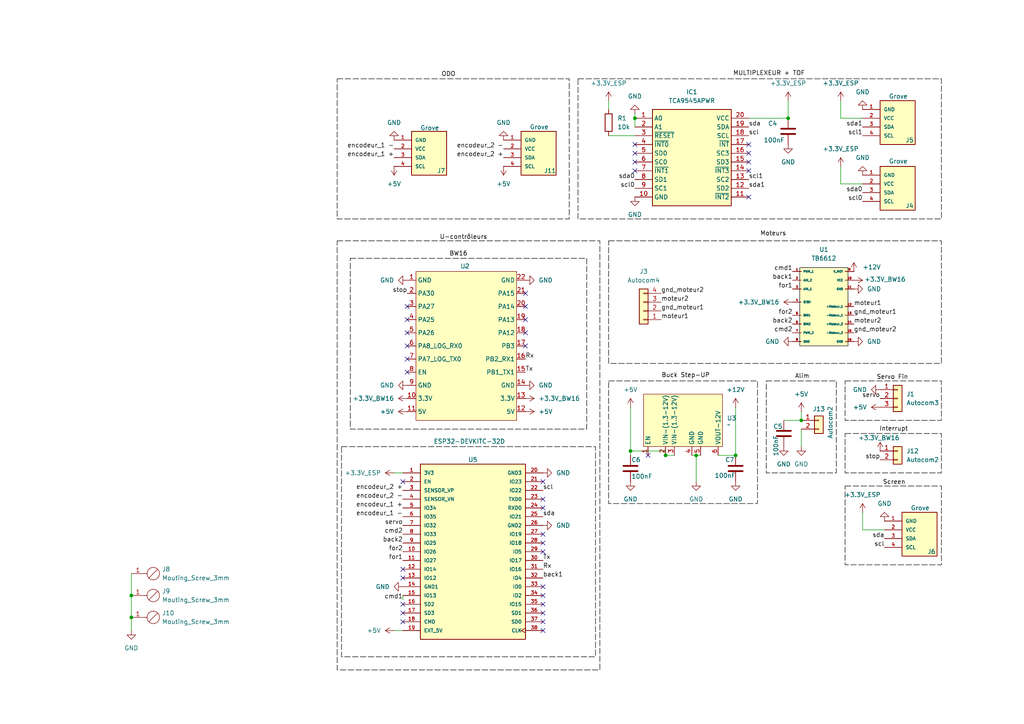
<source format=kicad_sch>
(kicad_sch (version 20250114) (generator "eeschema") (generator_version "9.0")
  (paper "A4")
  (lib_symbols
    (symbol "+3.3V_1" (power) (pin_numbers (hide yes)) (pin_names (offset 0) (hide yes))
      (property "Value" "+3.3V" (at 0 3.556 0))
      (symbol "+3.3V_1_0_1"
        (polyline (pts (xy -0.762 1.27) (xy 0 2.54)))
        (polyline (pts (xy 0 2.54) (xy 0.762 1.27)))
        (polyline (pts (xy 0 0) (xy 0 2.54)))
      )
      (symbol "+3.3V_1_1_1"
        (pin power_in line (at 0 0 90) (length 0) (name "~") (number "1"))
      )
    )
    (symbol "110990030:110990030" (pin_names (offset 1.016))
      (property "Reference" "J" (at -5.08 5.842 0))
      (property "Value" "Grove" (at -2.794 -7.874 0))
      (symbol "110990030_0_0"
        (rectangle (start -5.08 5.08) (end 5.08 -7.62) (stroke (width 0.254)) (fill (type background)))
      )
      (symbol "110990030_1_0"
        (pin passive line (at -10.16 2.54 0) (length 5.08) (name "GND") (number "1"))
        (pin passive line (at -10.16 0 0) (length 5.08) (name "VCC") (number "2"))
        (pin passive line (at -10.16 -2.54 0) (length 5.08) (name "SDA") (number "3"))
        (pin passive line (at -10.16 -5.08 0) (length 5.08) (name "SCL") (number "4"))
      )
    )
    (symbol "BW16:BW16"
      (property "Reference" "U" (at 0 0 0))
      (symbol "BW16_1_1"
        (rectangle (start 0 -2.54) (end 29.21 -45.72) (fill (type background)))
        (pin power_in line (at -2.54 -5.08 0) (length 2.54) (name "GND") (number "1"))
        (pin bidirectional line (at -2.54 -8.89 0) (length 2.54) (name "PA30") (number "2"))
        (pin bidirectional line (at -2.54 -12.7 0) (length 2.54) (name "PA27") (number "3"))
        (pin bidirectional line (at -2.54 -16.51 0) (length 2.54) (name "PA25") (number "4"))
        (pin bidirectional line (at -2.54 -20.32 0) (length 2.54) (name "PA26") (number "5"))
        (pin input line (at -2.54 -24.13 0) (length 2.54) (name "PA8_LOG_RX0") (number "6"))
        (pin output line (at -2.54 -27.94 0) (length 2.54) (name "PA7_LOG_TX0") (number "7"))
        (pin input line (at -2.54 -31.75 0) (length 2.54) (name "EN") (number "8"))
        (pin power_in line (at -2.54 -35.56 0) (length 2.54) (name "GND") (number "9"))
        (pin power_out line (at -2.54 -39.37 0) (length 2.54) (name "3.3V") (number "10"))
        (pin power_in line (at -2.54 -43.18 0) (length 2.54) (name "5V") (number "11"))
        (pin power_in line (at 31.75 -5.08 180) (length 2.54) (name "GND") (number "22"))
        (pin bidirectional line (at 31.75 -8.89 180) (length 2.54) (name "PA15") (number "21"))
        (pin bidirectional line (at 31.75 -12.7 180) (length 2.54) (name "PA14") (number "20"))
        (pin bidirectional line (at 31.75 -16.51 180) (length 2.54) (name "PA13") (number "19"))
        (pin bidirectional line (at 31.75 -20.32 180) (length 2.54) (name "PA12") (number "18"))
        (pin bidirectional line (at 31.75 -24.13 180) (length 2.54) (name "PB3") (number "17"))
        (pin input line (at 31.75 -27.94 180) (length 2.54) (name "PB2_RX1") (number "16"))
        (pin output line (at 31.75 -31.75 180) (length 2.54) (name "PB1_TX1") (number "15"))
        (pin power_in line (at 31.75 -35.56 180) (length 2.54) (name "GND") (number "14"))
        (pin power_out line (at 31.75 -39.37 180) (length 2.54) (name "3.3V") (number "13"))
        (pin power_in line (at 31.75 -43.18 180) (length 2.54) (name "5V") (number "12"))
      )
    )
    (symbol "ESP32-DEVKITC-32D:ESP32-DEVKITC-32D" (pin_names (offset 1.016))
      (property "Reference" "U" (at -15.2654 26.0604 0))
      (property "Value" "ESP32-DEVKITC-32D" (at -15.2654 -27.9654 0))
      (symbol "ESP32-DEVKITC-32D_0_0"
        (rectangle (start -15.24 -25.4) (end 15.24 25.4) (stroke (width 0.254)) (fill (type background)))
        (pin power_in line (at -20.32 22.86 0) (length 5.08) (name "3V3") (number "1"))
        (pin input line (at -20.32 20.32 0) (length 5.08) (name "EN") (number "2"))
        (pin input line (at -20.32 17.78 0) (length 5.08) (name "SENSOR_VP") (number "3"))
        (pin input line (at -20.32 15.24 0) (length 5.08) (name "SENSOR_VN") (number "4"))
        (pin bidirectional line (at -20.32 12.7 0) (length 5.08) (name "IO34") (number "5"))
        (pin bidirectional line (at -20.32 10.16 0) (length 5.08) (name "IO35") (number "6"))
        (pin bidirectional line (at -20.32 7.62 0) (length 5.08) (name "IO32") (number "7"))
        (pin bidirectional line (at -20.32 5.08 0) (length 5.08) (name "IO33") (number "8"))
        (pin bidirectional line (at -20.32 2.54 0) (length 5.08) (name "IO25") (number "9"))
        (pin bidirectional line (at -20.32 0 0) (length 5.08) (name "IO26") (number "10"))
        (pin bidirectional line (at -20.32 -2.54 0) (length 5.08) (name "IO27") (number "11"))
        (pin bidirectional line (at -20.32 -5.08 0) (length 5.08) (name "IO14") (number "12"))
        (pin bidirectional line (at -20.32 -7.62 0) (length 5.08) (name "IO12") (number "13"))
        (pin power_in line (at -20.32 -10.16 0) (length 5.08) (name "GND1") (number "14"))
        (pin bidirectional line (at -20.32 -12.7 0) (length 5.08) (name "IO13") (number "15"))
        (pin bidirectional line (at -20.32 -15.24 0) (length 5.08) (name "SD2") (number "16"))
        (pin bidirectional line (at -20.32 -17.78 0) (length 5.08) (name "SD3") (number "17"))
        (pin bidirectional line (at -20.32 -20.32 0) (length 5.08) (name "CMD") (number "18"))
        (pin power_in line (at -20.32 -22.86 0) (length 5.08) (name "EXT_5V") (number "19"))
        (pin power_in line (at 20.32 22.86 180) (length 5.08) (name "GND3") (number "20"))
        (pin bidirectional line (at 20.32 20.32 180) (length 5.08) (name "IO23") (number "21"))
        (pin bidirectional line (at 20.32 17.78 180) (length 5.08) (name "IO22") (number "22"))
        (pin output line (at 20.32 15.24 180) (length 5.08) (name "TXD0") (number "23"))
        (pin input line (at 20.32 12.7 180) (length 5.08) (name "RXD0") (number "24"))
        (pin bidirectional line (at 20.32 10.16 180) (length 5.08) (name "IO21") (number "25"))
        (pin power_in line (at 20.32 7.62 180) (length 5.08) (name "GND2") (number "26"))
        (pin bidirectional line (at 20.32 5.08 180) (length 5.08) (name "IO19") (number "27"))
        (pin bidirectional line (at 20.32 2.54 180) (length 5.08) (name "IO18") (number "28"))
        (pin bidirectional line (at 20.32 0 180) (length 5.08) (name "IO5") (number "29"))
        (pin bidirectional line (at 20.32 -2.54 180) (length 5.08) (name "IO17") (number "30"))
        (pin bidirectional line (at 20.32 -5.08 180) (length 5.08) (name "IO16") (number "31"))
        (pin bidirectional line (at 20.32 -7.62 180) (length 5.08) (name "IO4") (number "32"))
        (pin bidirectional line (at 20.32 -10.16 180) (length 5.08) (name "IO0") (number "33"))
        (pin bidirectional line (at 20.32 -12.7 180) (length 5.08) (name "IO2") (number "34"))
        (pin bidirectional line (at 20.32 -15.24 180) (length 5.08) (name "IO15") (number "35"))
        (pin bidirectional line (at 20.32 -17.78 180) (length 5.08) (name "SD1") (number "36"))
        (pin bidirectional line (at 20.32 -20.32 180) (length 5.08) (name "SD0") (number "37"))
        (pin input clock (at 20.32 -22.86 180) (length 5.08) (name "CLK") (number "38"))
      )
    )
    (symbol "LibTB6612FNG:TB6612"
      (property "Reference" "U" (at 0.0811 0.8362 0))
      (property "Value" "TB6612" (at 0.0811 3.1222 0))
      (symbol "TB6612_1_1"
        (rectangle (start -6.7769 -0.1798) (end 7.1931 -22.86) (stroke (width 0) (color 0 0 0 1)) (fill (type background)))
        (pin input line (at -8.89 -1.27 0) (length 2.54) (name "PWM_1") (number "1"))
        (pin input line (at -8.89 -3.81 0) (length 2.54) (name "AIN_2") (number "2"))
        (pin input line (at -8.89 -6.35 0) (length 2.54) (name "AIN_1") (number "3"))
        (pin input line (at -8.89 -10.16 0) (length 2.54) (name "STBY") (number "4"))
        (pin input line (at -8.89 -13.97 0) (length 2.54) (name "BIN1") (number "5"))
        (pin input line (at -8.89 -16.51 0) (length 2.54) (name "BIN2") (number "6"))
        (pin input line (at -8.89 -19.05 0) (length 2.54) (name "PWM_2") (number "7"))
        (pin input line (at -8.89 -21.59 0) (length 2.54) (name "GND") (number "8"))
        (pin input line (at 8.89 -1.27 180) (length 2.54) (name "V_MOT") (number "9"))
        (pin input line (at 8.89 -3.81 180) (length 2.54) (name "VCC") (number "10"))
        (pin input line (at 8.89 -6.35 180) (length 2.54) (name "GND") (number "11"))
        (pin output line (at 8.89 -11.43 180) (length 2.54) (name "+Moteur_1") (number "12"))
        (pin output line (at 8.89 -13.97 180) (length 2.54) (name "-Moteur_1") (number "13"))
        (pin output line (at 8.89 -16.51 180) (length 2.54) (name "+Moteur_2") (number "14"))
        (pin output line (at 8.89 -19.05 180) (length 2.54) (name "-Moteur_2") (number "15"))
        (pin input line (at 8.89 -21.59 180) (length 2.54) (name "GND") (number "16"))
      )
    )
    (symbol "MT3608:u3v40f12"
      (property "Reference" "U" (at 0 13.97 0))
      (symbol "u3v40f12_0_1"
        (rectangle (start -7.62 10.16) (end 7.62 -12.7) (fill (type background)))
      )
      (symbol "u3v40f12_1_1"
        (pin input line (at -10.16 8.89 0) (length 2.54) (name "EN") (number "1"))
        (pin input line (at -10.16 3.81 0) (length 2.54) (name "VIN-(1.3-12V)") (number "2"))
        (pin input line (at -10.16 1.27 0) (length 2.54) (name "VIN-(1.3-12V)") (number "3"))
        (pin bidirectional line (at -10.16 -3.81 0) (length 2.54) (name "GND") (number "4"))
        (pin bidirectional line (at -10.16 -6.35 0) (length 2.54) (name "GND") (number "5"))
        (pin output line (at -10.16 -11.43 0) (length 2.54) (name "VOUT-12V") (number "6"))
      )
    )
    (symbol "SymbGamelGe2_v6:Autocom2" (pin_names (offset 1.016) (hide yes))
      (property "Reference" "J" (at 0 2.54 0))
      (property "Value" "Autocom2" (at 0 -5.08 0))
      (symbol "Autocom2_1_1"
        (rectangle (start -1.27 1.27) (end 1.27 -3.81) (stroke (width 0.254)) (fill (type background)))
        (rectangle (start -1.27 0.127) (end 0 -0.127) (stroke (width 0.1524)))
        (rectangle (start -1.27 -2.413) (end 0 -2.667) (stroke (width 0.1524)))
        (pin passive line (at -5.08 0 0) (length 3.81) (name "Pin_1") (number "1"))
        (pin passive line (at -5.08 -2.54 0) (length 3.81) (name "Pin_2") (number "2"))
      )
    )
    (symbol "SymbGamelGe2_v6:Autocom3" (pin_names (offset 1.016) (hide yes))
      (property "Reference" "J" (at 0 5.08 0))
      (property "Value" "Autocom3" (at 0 -5.08 0))
      (symbol "Autocom3_1_1"
        (rectangle (start -1.27 3.81) (end 1.27 -3.81) (stroke (width 0.254)) (fill (type background)))
        (rectangle (start -1.27 2.667) (end 0 2.413) (stroke (width 0.1524)))
        (rectangle (start -1.27 0.127) (end 0 -0.127) (stroke (width 0.1524)))
        (rectangle (start -1.27 -2.413) (end 0 -2.667) (stroke (width 0.1524)))
        (pin passive line (at -5.08 2.54 0) (length 3.81) (name "Pin_1") (number "1"))
        (pin passive line (at -5.08 0 0) (length 3.81) (name "Pin_2") (number "2"))
        (pin passive line (at -5.08 -2.54 0) (length 3.81) (name "Pin_3") (number "3"))
      )
    )
    (symbol "SymbGamelGe2_v6:Autocom4" (pin_names (offset 1.016) (hide yes))
      (property "Reference" "J" (at 0 5.08 0))
      (property "Value" "Autocom4" (at 0 -7.62 0))
      (symbol "Autocom4_1_1"
        (rectangle (start -1.27 3.81) (end 1.27 -6.35) (stroke (width 0.254)) (fill (type background)))
        (rectangle (start -1.27 2.667) (end 0 2.413) (stroke (width 0.1524)))
        (rectangle (start -1.27 0.127) (end 0 -0.127) (stroke (width 0.1524)))
        (rectangle (start -1.27 -2.413) (end 0 -2.667) (stroke (width 0.1524)))
        (rectangle (start -1.27 -4.953) (end 0 -5.207) (stroke (width 0.1524)))
        (pin passive line (at -5.08 2.54 0) (length 3.81) (name "Pin_1") (number "1"))
        (pin passive line (at -5.08 0 0) (length 3.81) (name "Pin_2") (number "2"))
        (pin passive line (at -5.08 -2.54 0) (length 3.81) (name "Pin_3") (number "3"))
        (pin passive line (at -5.08 -5.08 0) (length 3.81) (name "Pin_4") (number "4"))
      )
    )
    (symbol "SymbGamelGe2_v6:C" (pin_numbers (hide yes)) (pin_names (offset 0.254))
      (property "Reference" "C" (at 0.635 2.54 0))
      (property "Value" "C" (at 0.635 -2.54 0))
      (symbol "C_0_1"
        (polyline (pts (xy -2.032 0.762) (xy 2.032 0.762)) (stroke (width 0.508)))
        (polyline (pts (xy -2.032 -0.762) (xy 2.032 -0.762)) (stroke (width 0.508)))
      )
      (symbol "C_1_1"
        (pin passive line (at 0 3.81 270) (length 2.794) (name "~") (number "1"))
        (pin passive line (at 0 -3.81 90) (length 2.794) (name "~") (number "2"))
      )
    )
    (symbol "SymbGamelGe2_v6:Mouting_Screw_3mm" (pin_names (offset 1.016) (hide yes))
      (property "Reference" "J" (at 0 2.54 0))
      (property "Value" "Mouting_Screw_3mm" (at 1.27 -2.54 0))
      (symbol "Mouting_Screw_3mm_0_1"
        (polyline (pts (xy 0 -1.27) (xy 2.54 1.27)))
        (circle (center 1.27 0) (radius 1.8034))
      )
      (symbol "Mouting_Screw_3mm_1_1"
        (polyline (pts (xy -1.27 0) (xy -0.508 0)) (stroke (width 0.1524)))
        (pin passive line (at -5.08 0 0) (length 3.81) (name "Pin_1") (number "1"))
      )
    )
    (symbol "SymbGamelGe2_v6:R" (pin_numbers (hide yes)) (pin_names (offset 0))
      (property "Reference" "R" (at 2.032 0 90))
      (property "Value" "R" (at 0 0 90))
      (symbol "R_0_1"
        (rectangle (start -1.016 -2.54) (end 1.016 2.54) (stroke (width 0.254)))
      )
      (symbol "R_1_1"
        (pin passive line (at 0 3.81 270) (length 1.27) (name "~") (number "1"))
        (pin passive line (at 0 -3.81 90) (length 1.27) (name "~") (number "2"))
      )
    )
    (symbol "TCA9545APWR:TCA9545APWR"
      (property "Reference" "IC" (at 29.21 7.62 0))
      (property "Value" "TCA9545APWR" (at 29.21 5.08 0))
      (symbol "TCA9545APWR_1_1"
        (rectangle (start 5.08 2.54) (end 27.94 -25.4) (stroke (width 0.254)) (fill (type background)))
        (pin passive line (at 0 0 0) (length 5.08) (name "A0") (number "1"))
        (pin passive line (at 0 -2.54 0) (length 5.08) (name "A1") (number "2"))
        (pin passive line (at 0 -5.08 0) (length 5.08) (name "~{RESET}") (number "3"))
        (pin passive line (at 0 -7.62 0) (length 5.08) (name "~{INT0}") (number "4"))
        (pin passive line (at 0 -10.16 0) (length 5.08) (name "SD0") (number "5"))
        (pin passive line (at 0 -12.7 0) (length 5.08) (name "SC0") (number "6"))
        (pin passive line (at 0 -15.24 0) (length 5.08) (name "~{INT1}") (number "7"))
        (pin passive line (at 0 -17.78 0) (length 5.08) (name "SD1") (number "8"))
        (pin passive line (at 0 -20.32 0) (length 5.08) (name "SC1") (number "9"))
        (pin passive line (at 0 -22.86 0) (length 5.08) (name "GND") (number "10"))
        (pin passive line (at 33.02 0 180) (length 5.08) (name "VCC") (number "20"))
        (pin passive line (at 33.02 -2.54 180) (length 5.08) (name "SDA") (number "19"))
        (pin passive line (at 33.02 -5.08 180) (length 5.08) (name "SCL") (number "18"))
        (pin passive line (at 33.02 -7.62 180) (length 5.08) (name "~{INT}") (number "17"))
        (pin passive line (at 33.02 -10.16 180) (length 5.08) (name "SC3") (number "16"))
        (pin passive line (at 33.02 -12.7 180) (length 5.08) (name "SD3") (number "15"))
        (pin passive line (at 33.02 -15.24 180) (length 5.08) (name "~{INT3}") (number "14"))
        (pin passive line (at 33.02 -17.78 180) (length 5.08) (name "SC2") (number "13"))
        (pin passive line (at 33.02 -20.32 180) (length 5.08) (name "SD2") (number "12"))
        (pin passive line (at 33.02 -22.86 180) (length 5.08) (name "~{INT2}") (number "11"))
      )
    )
    (symbol "power:+12V" (power) (pin_numbers (hide yes)) (pin_names (offset 0) (hide yes))
      (property "Value" "+12V" (at 0 3.556 0))
      (symbol "+12V_0_1"
        (polyline (pts (xy -0.762 1.27) (xy 0 2.54)))
        (polyline (pts (xy 0 2.54) (xy 0.762 1.27)))
        (polyline (pts (xy 0 0) (xy 0 2.54)))
      )
      (symbol "+12V_1_1"
        (pin power_in line (at 0 0 90) (length 0) (name "~") (number "1"))
      )
    )
    (symbol "power:+3.3V" (power) (pin_names (offset 0))
      (property "Value" "+3.3V" (at 0 3.556 0))
      (symbol "+3.3V_0_1"
        (polyline (pts (xy -0.762 1.27) (xy 0 2.54)))
        (polyline (pts (xy 0 2.54) (xy 0.762 1.27)))
        (polyline (pts (xy 0 0) (xy 0 2.54)))
      )
      (symbol "+3.3V_1_1"
        (pin power_in line (at 0 0 90) (length 0) (hide yes) (name "+3.3V") (number "1"))
      )
    )
    (symbol "power:+5V" (power) (pin_numbers (hide yes)) (pin_names (offset 0) (hide yes))
      (property "Value" "+5V" (at 0 3.556 0))
      (symbol "+5V_0_1"
        (polyline (pts (xy -0.762 1.27) (xy 0 2.54)))
        (polyline (pts (xy 0 2.54) (xy 0.762 1.27)))
        (polyline (pts (xy 0 0) (xy 0 2.54)))
      )
      (symbol "+5V_1_1"
        (pin power_in line (at 0 0 90) (length 0) (name "~") (number "1"))
      )
    )
    (symbol "power:GND" (power) (pin_names (offset 0))
      (property "Value" "GND" (at 0 -3.81 0))
      (symbol "GND_0_1"
        (polyline (pts (xy 0 0) (xy 0 -1.27) (xy 1.27 -1.27) (xy 0 -2.54) (xy -1.27 -1.27) (xy 0 -1.27)))
      )
      (symbol "GND_1_1"
        (pin power_in line (at 0 0 270) (length 0) (hide yes) (name "GND") (number "1"))
      )
    )
  )
  (rectangle (start 176.53 69.85) (end 273.05 105.41) (stroke (width 0) (type dash) (color 0 0 0 1)))
  (rectangle (start 176.53 110.49) (end 219.71 146.05) (stroke (width 0) (type dash) (color 0 0 0 1)))
  (rectangle (start 97.79 22.86) (end 165.1 63.5) (stroke (width 0) (type dash) (color 0 0 0 1)))
  (rectangle (start 101.6 74.93) (end 170.18 124.46) (stroke (width 0) (type dash) (color 0 0 0 1)))
  (rectangle (start 99.06 129.54) (end 172.72 190.5) (stroke (width 0) (type dash) (color 0 0 0 1)))
  (rectangle (start 97.79 69.85) (end 173.99 194.31) (stroke (width 0) (type dash) (color 0 0 0 1)))
  (rectangle (start 167.64 22.86) (end 273.05 63.5) (stroke (width 0) (type dash) (color 0 0 0 1)))
  (rectangle (start 245.11 110.49) (end 273.05 121.92) (stroke (width 0) (type dash) (color 0 0 0 1)))
  (rectangle (start 245.11 125.73) (end 273.05 137.16) (stroke (width 0) (type dash) (color 0 0 0 1)))
  (rectangle (start 222.25 110.49) (end 242.57 137.16) (stroke (width 0) (type dash) (color 0 0 0 1)))
  (rectangle (start 245.11 140.97) (end 273.05 163.83) (stroke (width 0) (type dash) (color 0 0 0 1)))
  (text "MULTIPLEXEUR + TOF\n" (at 212.598 22.098 0) (effects (font (size 1.27 1.27)) (justify left bottom)))
  (text "U-contrôleurs" (at 127.508 69.596 0) (effects (font (size 1.27 1.27)) (justify left bottom)))
  (text "Screen\n" (at 259.334 139.954 0) (effects (font (size 1.27 1.27))))
  (text "Moteurs\n" (at 220.472 68.58 0) (effects (font (size 1.27 1.27)) (justify left bottom)))
  (text "BW16" (at 130.302 74.422 0) (effects (font (size 1.27 1.27)) (justify left bottom)))
  (text "Interrupt" (at 255.016 125.222 0) (effects (font (size 1.27 1.27)) (justify left bottom)))
  (text "Alim\n" (at 232.664 109.22 0) (effects (font (size 1.27 1.27))))
  (text "Servo Fin" (at 258.826 109.474 0) (effects (font (size 1.27 1.27))))
  (text "Buck Step-UP" (at 198.882 108.966 0) (effects (font (size 1.27 1.27))))
  (text "ODO" (at 128.016 22.352 0) (effects (font (size 1.27 1.27)) (justify left bottom)))
  (junction (at 232.41 121.92))
  (junction (at 201.93 132.08))
  (junction (at 38.1 179.07))
  (junction (at 38.1 172.72))
  (junction (at 213.36 132.08))
  (junction (at 182.88 130.81))
  (junction (at 193.04 132.08))
  (junction (at 228.6 34.29))
  (junction (at 184.15 34.29))
  (no_connect (at 116.84 177.8))
  (no_connect (at 118.11 107.95))
  (no_connect (at 217.17 41.91))
  (no_connect (at 118.11 104.14))
  (no_connect (at 118.11 92.71))
  (no_connect (at 157.48 154.94))
  (no_connect (at 157.48 170.18))
  (no_connect (at 157.48 172.72))
  (no_connect (at 157.48 147.32))
  (no_connect (at 157.48 182.88))
  (no_connect (at 157.48 177.8))
  (no_connect (at 118.11 100.33))
  (no_connect (at 217.17 49.53))
  (no_connect (at 116.84 139.7))
  (no_connect (at 184.15 41.91))
  (no_connect (at 217.17 44.45))
  (no_connect (at 152.4 85.09))
  (no_connect (at 116.84 175.26))
  (no_connect (at 152.4 88.9))
  (no_connect (at 152.4 100.33))
  (no_connect (at 184.15 46.99))
  (no_connect (at 157.48 157.48))
  (no_connect (at 152.4 92.71))
  (no_connect (at 157.48 160.02))
  (no_connect (at 157.48 139.7))
  (no_connect (at 217.17 46.99))
  (no_connect (at 184.15 44.45))
  (no_connect (at 217.17 57.15))
  (no_connect (at 157.48 144.78))
  (no_connect (at 187.96 132.08))
  (no_connect (at 184.15 49.53))
  (no_connect (at 118.11 88.9))
  (no_connect (at 116.84 165.1))
  (no_connect (at 152.4 96.52))
  (no_connect (at 157.48 175.26))
  (no_connect (at 157.48 180.34))
  (no_connect (at 118.11 96.52))
  (no_connect (at 116.84 180.34))
  (no_connect (at 116.84 167.64))
  (wire (pts (xy 250.19 53.34) (xy 243.84 53.34)))
  (wire (pts (xy 227.33 121.92) (xy 232.41 121.92)))
  (wire (pts (xy 38.1 179.07) (xy 38.1 182.88)))
  (wire (pts (xy 114.3 137.16) (xy 116.84 137.16)))
  (wire (pts (xy 228.6 29.21) (xy 228.6 34.29)))
  (wire (pts (xy 182.88 130.81) (xy 182.88 132.08)))
  (wire (pts (xy 176.53 29.21) (xy 176.53 31.75)))
  (wire (pts (xy 232.41 129.54) (xy 232.41 124.46)))
  (wire (pts (xy 256.54 153.67) (xy 250.19 153.67)))
  (wire (pts (xy 250.19 153.67) (xy 250.19 148.59)))
  (wire (pts (xy 193.04 130.81) (xy 182.88 130.81)))
  (wire (pts (xy 176.53 39.37) (xy 184.15 39.37)))
  (wire (pts (xy 193.04 132.08) (xy 193.04 130.81)))
  (wire (pts (xy 38.1 166.37) (xy 38.1 172.72)))
  (wire (pts (xy 193.04 132.08) (xy 195.58 132.08)))
  (wire (pts (xy 201.93 132.08) (xy 203.2 132.08)))
  (wire (pts (xy 243.84 34.29) (xy 243.84 29.21)))
  (wire (pts (xy 182.88 118.11) (xy 182.88 130.81)))
  (wire (pts (xy 217.17 34.29) (xy 228.6 34.29)))
  (wire (pts (xy 184.15 34.29) (xy 184.15 36.83)))
  (wire (pts (xy 232.41 119.38) (xy 232.41 121.92)))
  (wire (pts (xy 208.28 132.08) (xy 213.36 132.08)))
  (wire (pts (xy 213.36 118.11) (xy 213.36 132.08)))
  (wire (pts (xy 184.15 33.02) (xy 184.15 34.29)))
  (wire (pts (xy 114.3 182.88) (xy 116.84 182.88)))
  (wire (pts (xy 201.93 132.08) (xy 201.93 139.7)))
  (wire (pts (xy 250.19 34.29) (xy 243.84 34.29)))
  (wire (pts (xy 243.84 53.34) (xy 243.84 48.26)))
  (wire (pts (xy 116.84 173.99) (xy 116.84 172.72)))
  (wire (pts (xy 200.66 132.08) (xy 201.93 132.08)))
  (wire (pts (xy 38.1 172.72) (xy 38.1 179.07)))
  (label "back1" (at 157.48 167.64 0))
  (label "gnd_moteur1" (at 191.77 90.17 0))
  (label "sda0" (at 250.19 55.88 180))
  (label "encodeur_1 +" (at 116.84 147.32 180))
  (label "cmd2" (at 116.84 154.94 180))
  (label "back2" (at 229.87 93.98 180))
  (label "sda" (at 256.54 156.21 180))
  (label "scl1" (at 217.17 52.07 0))
  (label "stop" (at 255.27 133.35 180))
  (label "encodeur_2 -" (at 116.84 144.78 180))
  (label "moteur2" (at 191.77 87.63 0))
  (label "gnd_moteur1" (at 247.65 91.44 0))
  (label "sda1" (at 250.19 36.83 180))
  (label "gnd_moteur2" (at 247.65 96.52 0))
  (label "for2" (at 116.84 160.02 180))
  (label "cmd1" (at 116.84 173.99 180))
  (label "scl0" (at 250.19 58.42 180))
  (label "Tx" (at 152.4 107.95 0))
  (label "encodeur_1 -" (at 114.3 43.18 180))
  (label "for2" (at 229.87 91.44 180))
  (label "encodeur_2 +" (at 116.84 142.24 180))
  (label "Rx" (at 152.4 104.14 0))
  (label "cmd2" (at 229.87 96.52 180))
  (label "for1" (at 116.84 162.56 180))
  (label "sda1" (at 217.17 54.61 0))
  (label "stop" (at 118.11 85.09 180))
  (label "cmd1" (at 229.87 78.74 180))
  (label "scl" (at 256.54 158.75 180))
  (label "sda" (at 217.17 36.83 0))
  (label "encodeur_2 -" (at 146.05 43.18 180))
  (label "back2" (at 116.84 157.48 180))
  (label "sda" (at 157.48 149.86 0))
  (label "moteur2" (at 247.65 93.98 0))
  (label "back1" (at 229.87 81.28 180))
  (label "Rx" (at 157.48 165.1 0))
  (label "encodeur_1 -" (at 116.84 149.86 180))
  (label "moteur1" (at 247.65 88.9 0))
  (label "scl" (at 217.17 39.37 0))
  (label "moteur1" (at 191.77 92.71 0))
  (label "Tx" (at 157.48 162.56 0))
  (label "scl1" (at 250.19 39.37 180))
  (label "encodeur_1 +" (at 114.3 45.72 180))
  (label "scl" (at 157.48 142.24 0))
  (label "gnd_moteur2" (at 191.77 85.09 0))
  (label "for1" (at 229.87 83.82 180))
  (label "encodeur_2 +" (at 146.05 45.72 180))
  (label "sda0" (at 184.15 52.07 180))
  (label "servo" (at 255.27 115.57 180))
  (label "scl0" (at 184.15 54.61 180))
  (label "servo" (at 116.84 152.4 180))
  (symbol (lib_name "+3.3V_1") (lib_id "power:+3.3V") (at 243.84 48.26 0) (unit 1)
    (property "Reference" "#PWR051" (effects (hide yes)))
    (property "Value" "+3.3V_ESP" (at 243.84 43.18 0))
    (property "Description" "Power symbol creates a global label with name \"+3.3V\"" (effects (hide yes)))
  )
  (symbol (lib_id "110990030:110990030") (at 266.7 153.67 0) (unit 1)
    (property "Reference" "J6" (at 268.986 160.02 0) (effects (justify left)))
    (property "Value" "Grove" (at 264.16 147.32 0) (effects (justify left)))
    (property "Footprint" "grove:SEEED_110990030" (effects (hide yes)))
  )
  (symbol (lib_id "power:GND") (at 114.3 40.64 180) (unit 1)
    (property "Reference" "#PWR033" (effects (hide yes)))
    (property "Value" "GND" (at 114.3 35.56 0))
  )
  (symbol (lib_name "+3.3V_1") (lib_id "power:+3.3V") (at 250.19 148.59 0) (unit 1)
    (property "Reference" "#PWR053" (effects (hide yes)))
    (property "Value" "+3.3V_ESP" (at 250.19 143.51 0))
    (property "Description" "Power symbol creates a global label with name \"+3.3V\"" (effects (hide yes)))
  )
  (symbol (lib_id "power:GND") (at 228.6 41.91 0) (unit 1)
    (property "Reference" "#PWR043" (effects (hide yes)))
    (property "Value" "GND" (at 228.6 46.99 0))
  )
  (symbol (lib_id "power:+3.3V") (at 118.11 115.57 90) (unit 1)
    (property "Reference" "#PWR047" (effects (hide yes)))
    (property "Value" "+3.3V_BW16" (at 114.3 115.5699 90) (effects (justify left)))
  )
  (symbol (lib_name "+3.3V_1") (lib_id "power:+3.3V") (at 243.84 29.21 0) (unit 1)
    (property "Reference" "#PWR050" (effects (hide yes)))
    (property "Value" "+3.3V_ESP" (at 243.84 24.13 0))
    (property "Description" "Power symbol creates a global label with name \"+3.3V\"" (effects (hide yes)))
  )
  (symbol (lib_id "power:GND") (at 256.54 151.13 180) (unit 1)
    (property "Reference" "#PWR012" (effects (hide yes)))
    (property "Value" "GND" (at 256.54 146.05 0))
  )
  (symbol (lib_id "power:+3.3V") (at 255.27 130.81 0) (unit 1)
    (property "Reference" "#PWR027" (effects (hide yes)))
    (property "Value" "+3.3V_BW16" (at 248.92 127 0) (effects (justify left)))
  )
  (symbol (lib_id "power:+5V") (at 255.27 118.11 90) (unit 1)
    (property "Reference" "#PWR05" (effects (hide yes)))
    (property "Value" "+5V" (at 251.46 118.1099 90) (effects (justify left)))
    (property "Description" "Power symbol creates a global label with name \"+5V\"" (effects (hide yes)))
  )
  (symbol (lib_id "power:GND") (at 116.84 170.18 270) (unit 1)
    (property "Reference" "#PWR015" (effects (hide yes)))
    (property "Value" "GND" (at 113.03 170.1799 90) (effects (justify right)))
  )
  (symbol (lib_id "power:GND") (at 184.15 57.15 0) (unit 1)
    (property "Reference" "#PWR014" (effects (hide yes)))
    (property "Value" "GND" (at 184.15 62.23 0))
  )
  (symbol (lib_id "power:GND") (at 250.19 31.75 180) (unit 1)
    (property "Reference" "#PWR010" (effects (hide yes)))
    (property "Value" "GND" (at 250.19 26.67 0))
  )
  (symbol (lib_id "SymbGamelGe2_v6:Autocom4") (at 186.69 90.17 180) (unit 1)
    (property "Reference" "J3" (at 186.69 78.74 0))
    (property "Value" "Autocom4" (at 186.69 81.28 0))
    (property "Footprint" "FootprintGamelGe2_v6:Autocom4" (effects (hide yes)))
  )
  (symbol (lib_id "SymbGamelGe2_v6:Autocom2") (at 260.35 130.81 0) (unit 1)
    (property "Reference" "J12" (at 262.89 130.8099 0) (effects (justify left)))
    (property "Value" "Autocom2" (at 262.89 133.3499 0) (effects (justify left)))
    (property "Footprint" "FootprintGamelGe2_v6:Autocom2" (effects (hide yes)))
    (property "Description" "Autocom HE14 connector, single row, 01x02" (effects (hide yes)))
  )
  (symbol (lib_id "SymbGamelGe2_v6:C") (at 182.88 135.89 180) (unit 1)
    (property "Reference" "C6" (at 183.134 133.35 0) (effects (justify right)))
    (property "Value" "100nF" (at 183.134 138.176 0) (effects (justify right)))
    (property "Footprint" "FootprintGamelGe2_v6:C_Rect_L7.0mm_W2.5mm_P5.00mm" (effects (hide yes)))
    (property "Description" "Unpolarized capacitor" (effects (hide yes)))
  )
  (symbol (lib_id "SymbGamelGe2_v6:Mouting_Screw_3mm") (at 43.18 179.07 0) (unit 1)
    (property "Reference" "J10" (at 46.99 177.8 0) (effects (justify left)))
    (property "Value" "Mouting_Screw_3mm" (at 46.99 180.34 0) (effects (justify left)))
    (property "Footprint" "FootprintGamelGe2_v6:Mounting_Screw_3mm" (effects (hide yes)))
  )
  (symbol (lib_id "power:+5V") (at 232.41 119.38 0) (unit 1)
    (property "Reference" "#PWR044" (effects (hide yes)))
    (property "Value" "+5V" (at 232.41 114.3 0))
    (property "Description" "Power symbol creates a global label with name \"+5V\"" (effects (hide yes)))
  )
  (symbol (lib_id "power:GND") (at 250.19 50.8 180) (unit 1)
    (property "Reference" "#PWR08" (effects (hide yes)))
    (property "Value" "GND" (at 250.19 45.72 0))
  )
  (symbol (lib_id "SymbGamelGe2_v6:C") (at 213.36 135.89 180) (unit 1)
    (property "Reference" "C7" (at 210.312 133.35 0) (effects (justify right)))
    (property "Value" "100nF" (at 207.264 137.922 0) (effects (justify right)))
    (property "Footprint" "FootprintGamelGe2_v6:C_Rect_L7.0mm_W2.5mm_P5.00mm" (effects (hide yes)))
    (property "Description" "Unpolarized capacitor" (effects (hide yes)))
  )
  (symbol (lib_id "power:GND") (at 152.4 111.76 90) (unit 1)
    (property "Reference" "#PWR029" (effects (hide yes)))
    (property "Value" "GND" (at 156.21 111.7599 90) (effects (justify right)))
  )
  (symbol (lib_id "MT3608:u3v40f12") (at 196.85 121.92 90) (unit 1)
    (property "Reference" "U3" (at 210.82 121.2849 90) (effects (justify right)))
    (property "Value" "~" (at 210.82 123.19 90) (effects (justify right)))
    (property "Footprint" "MT3608:u3v40f12" (effects (hide yes)))
  )
  (symbol (lib_id "110990030:110990030") (at 124.46 43.18 0) (unit 1)
    (property "Reference" "J7" (at 126.746 49.53 0) (effects (justify left)))
    (property "Value" "Grove" (at 121.92 37.084 0) (effects (justify left)))
    (property "Footprint" "grove:SEEED_110990030" (effects (hide yes)))
  )
  (symbol (lib_id "SymbGamelGe2_v6:Mouting_Screw_3mm") (at 43.18 172.72 0) (unit 1)
    (property "Reference" "J9" (at 46.99 171.45 0) (effects (justify left)))
    (property "Value" "Mouting_Screw_3mm" (at 46.99 173.99 0) (effects (justify left)))
    (property "Footprint" "FootprintGamelGe2_v6:Mounting_Screw_3mm" (effects (hide yes)))
  )
  (symbol (lib_id "power:GND") (at 157.48 137.16 90) (unit 1)
    (property "Reference" "#PWR039" (effects (hide yes)))
    (property "Value" "GND" (at 161.29 137.1599 90) (effects (justify right)))
  )
  (symbol (lib_id "power:GND") (at 118.11 81.28 270) (unit 1)
    (property "Reference" "#PWR030" (effects (hide yes)))
    (property "Value" "GND" (at 114.3 81.2799 90) (effects (justify right)))
  )
  (symbol (lib_id "power:GND") (at 182.88 139.7 0) (unit 1)
    (property "Reference" "#PWR056" (effects (hide yes)))
    (property "Value" "GND" (at 182.88 144.78 0))
  )
  (symbol (lib_id "power:GND") (at 118.11 111.76 270) (unit 1)
    (property "Reference" "#PWR028" (effects (hide yes)))
    (property "Value" "GND" (at 114.3 111.7599 90) (effects (justify right)))
  )
  (symbol (lib_id "LibTB6612FNG:TB6612") (at 238.76 77.47 0) (unit 1)
    (property "Reference" "U1" (at 238.9681 72.39 0))
    (property "Value" "TB6612" (at 238.9681 74.93 0))
    (property "Footprint" "LibTB6612FNG:LibTB6612FNG" (effects (hide yes)))
  )
  (symbol (lib_id "power:GND") (at 213.36 139.7 0) (unit 1)
    (property "Reference" "#PWR057" (effects (hide yes)))
    (property "Value" "GND" (at 213.36 144.78 0))
  )
  (symbol (lib_id "power:GND") (at 157.48 152.4 90) (unit 1)
    (property "Reference" "#PWR040" (effects (hide yes)))
    (property "Value" "GND" (at 161.29 152.3999 90) (effects (justify right)))
  )
  (symbol (lib_id "power:GND") (at 38.1 182.88 0) (unit 1)
    (property "Reference" "#PWR026" (effects (hide yes)))
    (property "Value" "GND" (at 38.1 187.96 0))
  )
  (symbol (lib_id "power:GND") (at 255.27 113.03 270) (unit 1)
    (property "Reference" "#PWR06" (effects (hide yes)))
    (property "Value" "GND" (at 251.46 113.0299 90) (effects (justify right)))
  )
  (symbol (lib_id "power:+3.3V") (at 229.87 87.63 90) (unit 1)
    (property "Reference" "#PWR052" (effects (hide yes)))
    (property "Value" "+3.3V_BW16" (at 226.06 87.6299 90) (effects (justify left)))
  )
  (symbol (lib_id "power:+5V") (at 182.88 118.11 0) (unit 1)
    (property "Reference" "#PWR054" (effects (hide yes)))
    (property "Value" "+5V" (at 182.88 113.03 0))
    (property "Description" "Power symbol creates a global label with name \"+5V\"" (effects (hide yes)))
  )
  (symbol (lib_name "+3.3V_1") (lib_id "power:+3.3V") (at 114.3 137.16 90) (unit 1)
    (property "Reference" "#PWR038" (effects (hide yes)))
    (property "Value" "+3.3V_ESP" (at 110.49 137.1599 90) (effects (justify left)))
    (property "Description" "Power symbol creates a global label with name \"+3.3V\"" (effects (hide yes)))
  )
  (symbol (lib_id "power:+5V") (at 114.3 182.88 90) (unit 1)
    (property "Reference" "#PWR011" (effects (hide yes)))
    (property "Value" "+5V" (at 110.49 182.8799 90) (effects (justify left)))
    (property "Description" "Power symbol creates a global label with name \"+5V\"" (effects (hide yes)))
  )
  (symbol (lib_id "power:+3.3V") (at 247.65 81.28 270) (unit 1)
    (property "Reference" "#PWR036" (effects (hide yes)))
    (property "Value" "+3.3V_BW16" (at 250.698 81.026 90) (effects (justify left)))
  )
  (symbol (lib_id "power:+5V") (at 152.4 119.38 270) (unit 1)
    (property "Reference" "#PWR019" (effects (hide yes)))
    (property "Value" "+5V" (at 156.21 119.3799 90) (effects (justify left)))
    (property "Description" "Power symbol creates a global label with name \"+5V\"" (effects (hide yes)))
  )
  (symbol (lib_id "power:+12V") (at 213.36 118.11 0) (unit 1)
    (property "Reference" "#PWR055" (effects (hide yes)))
    (property "Value" "+12V" (at 213.36 113.03 0))
    (property "Description" "Power symbol creates a global label with name \"+12V\"" (effects (hide yes)))
  )
  (symbol (lib_id "SymbGamelGe2_v6:C") (at 228.6 38.1 0) (unit 1)
    (property "Reference" "C4" (at 222.758 35.814 0) (effects (justify left)))
    (property "Value" "100nF" (at 221.488 40.64 0) (effects (justify left)))
    (property "Footprint" "Capacitor_SMD:C_1206_3216Metric" (effects (hide yes)))
    (property "Description" "Unpolarized capacitor" (effects (hide yes)))
  )
  (symbol (lib_id "power:+5V") (at 114.3 48.26 180) (unit 1)
    (property "Reference" "#PWR032" (effects (hide yes)))
    (property "Value" "+5V" (at 114.3 53.34 0))
    (property "Description" "Power symbol creates a global label with name \"+5V\"" (effects (hide yes)))
  )
  (symbol (lib_id "110990030:110990030") (at 156.21 43.18 0) (unit 1)
    (property "Reference" "J11" (at 157.734 49.53 0) (effects (justify left)))
    (property "Value" "Grove" (at 153.67 36.83 0) (effects (justify left)))
    (property "Footprint" "grove:SEEED_110990030" (effects (hide yes)))
  )
  (symbol (lib_name "+3.3V_1") (lib_id "power:+3.3V") (at 228.6 29.21 0) (unit 1)
    (property "Reference" "#PWR049" (effects (hide yes)))
    (property "Value" "+3.3V_ESP" (at 228.6 24.13 0))
    (property "Description" "Power symbol creates a global label with name \"+3.3V\"" (effects (hide yes)))
  )
  (symbol (lib_id "power:GND") (at 247.65 83.82 90) (unit 1)
    (property "Reference" "#PWR017" (effects (hide yes)))
    (property "Value" "GND" (at 251.46 83.8199 90) (effects (justify right)))
  )
  (symbol (lib_id "TCA9545APWR:TCA9545APWR") (at 184.15 34.29 0) (unit 1)
    (property "Reference" "IC1" (at 200.66 26.67 0))
    (property "Value" "TCA9545APWR" (at 200.66 29.21 0))
    (property "Footprint" "3D:SOP65P640X120-20N" (effects (hide yes)))
    (property "Datasheet" "http://www.ti.com/lit/ds/symlink/tca9545a.pdf" (effects (hide yes)))
    (property "Description" "4-Channel I2C and SMBus Switch With Interrupt Logic and Reset Functions" (effects (hide yes)))
    (property "Height" "1.2" (effects (hide yes)))
    (property "Mouser Part Number" "595-TCA9545APWR" (effects (hide yes)))
    (property "Mouser Price/Stock" "https://www.mouser.co.uk/ProductDetail/Texas-Instruments/TCA9545APWR?qs=%2Fd%252BFzHvH4c0NOYzhPdKGEw%3D%3D" (effects (hide yes)))
    (property "Manufacturer_Name" "Texas Instruments" (effects (hide yes)))
    (property "Manufacturer_Part_Number" "TCA9545APWR" (effects (hide yes)))
  )
  (symbol (lib_id "power:+5V") (at 146.05 48.26 180) (unit 1)
    (property "Reference" "#PWR034" (effects (hide yes)))
    (property "Value" "+5V" (at 146.05 53.34 0))
    (property "Description" "Power symbol creates a global label with name \"+5V\"" (effects (hide yes)))
  )
  (symbol (lib_id "power:+12V") (at 247.65 78.74 0) (unit 1)
    (property "Reference" "#PWR03" (effects (hide yes)))
    (property "Value" "+12V" (at 250.19 77.4699 0) (effects (justify left)))
    (property "Description" "Power symbol creates a global label with name \"+12V\"" (effects (hide yes)))
  )
  (symbol (lib_id "power:GND") (at 247.65 99.06 90) (unit 1)
    (property "Reference" "#PWR020" (effects (hide yes)))
    (property "Value" "GND" (at 251.46 99.0599 90) (effects (justify right)))
  )
  (symbol (lib_id "ESP32-DEVKITC-32D:ESP32-DEVKITC-32D") (at 137.16 160.02 0) (unit 1)
    (property "Reference" "U5" (at 137.16 133.35 0))
    (property "Value" "ESP32-DEVKITC-32D" (at 136.144 128.016 0))
    (property "Footprint" "ESP32:MODULE_ESP32-DEVKITC-32D" (effects (hide yes)))
    (property "PARTREV" "4" (effects (hide yes)))
    (property "MANUFACTURER" "Espressif Systems" (effects (hide yes)))
  )
  (symbol (lib_id "power:GND") (at 184.15 33.02 180) (unit 1)
    (property "Reference" "#PWR037" (effects (hide yes)))
    (property "Value" "GND" (at 184.15 27.94 0))
  )
  (symbol (lib_id "110990030:110990030") (at 260.35 53.34 0) (unit 1)
    (property "Reference" "J4" (at 262.636 59.69 0) (effects (justify left)))
    (property "Value" "Grove" (at 257.81 46.736 0) (effects (justify left)))
    (property "Footprint" "grove:SEEED_110990030" (effects (hide yes)))
  )
  (symbol (lib_id "SymbGamelGe2_v6:R") (at 176.53 35.56 0) (unit 1)
    (property "Reference" "R1" (at 179.07 34.2899 0) (effects (justify left)))
    (property "Value" "10k" (at 179.07 36.8299 0) (effects (justify left)))
    (property "Footprint" "Resistor_SMD:R_1206_3216Metric" (effects (hide yes)))
    (property "Description" "Resistor 1/4W" (effects (hide yes)))
  )
  (symbol (lib_id "SymbGamelGe2_v6:Autocom2") (at 237.49 121.92 0) (unit 1)
    (property "Reference" "J13" (at 235.712 118.618 0) (effects (justify left)))
    (property "Value" "Autocom2" (at 240.792 127.254 90) (effects (justify left)))
    (property "Footprint" "FootprintGamelGe2_v6:Autocom2" (effects (hide yes)))
    (property "Description" "Autocom HE14 connector, single row, 01x02" (effects (hide yes)))
  )
  (symbol (lib_id "power:GND") (at 146.05 40.64 180) (unit 1)
    (property "Reference" "#PWR035" (effects (hide yes)))
    (property "Value" "GND" (at 146.05 35.56 0))
  )
  (symbol (lib_name "+3.3V_1") (lib_id "power:+3.3V") (at 176.53 29.21 0) (unit 1)
    (property "Reference" "#PWR048" (effects (hide yes)))
    (property "Value" "+3.3V_ESP" (at 176.53 24.13 0))
    (property "Description" "Power symbol creates a global label with name \"+3.3V\"" (effects (hide yes)))
  )
  (symbol (lib_id "SymbGamelGe2_v6:C") (at 227.33 125.73 0) (unit 1)
    (property "Reference" "C5" (at 224.282 123.698 0) (effects (justify left)))
    (property "Value" "100nF" (at 225.044 132.334 90) (effects (justify left)))
    (property "Footprint" "FootprintGamelGe2_v6:C_Rect_L7.0mm_W2.5mm_P5.00mm" (effects (hide yes)))
    (property "Description" "Unpolarized capacitor" (effects (hide yes)))
  )
  (symbol (lib_id "SymbGamelGe2_v6:Mouting_Screw_3mm") (at 43.18 166.37 0) (unit 1)
    (property "Reference" "J8" (at 46.99 165.1 0) (effects (justify left)))
    (property "Value" "Mouting_Screw_3mm" (at 46.99 167.64 0) (effects (justify left)))
    (property "Footprint" "FootprintGamelGe2_v6:Mounting_Screw_3mm" (effects (hide yes)))
  )
  (symbol (lib_id "power:GND") (at 232.41 129.54 0) (unit 1)
    (property "Reference" "#PWR046" (effects (hide yes)))
    (property "Value" "GND" (at 232.41 134.62 0))
  )
  (symbol (lib_id "power:GND") (at 201.93 139.7 0) (unit 1)
    (property "Reference" "#PWR016" (effects (hide yes)))
    (property "Value" "GND" (at 201.93 144.78 0))
  )
  (symbol (lib_id "power:GND") (at 227.33 129.54 0) (unit 1)
    (property "Reference" "#PWR045" (effects (hide yes)))
    (property "Value" "GND" (at 227.33 134.62 0))
  )
  (symbol (lib_id "110990030:110990030") (at 260.35 34.29 0) (unit 1)
    (property "Reference" "J5" (at 262.636 40.64 0) (effects (justify left)))
    (property "Value" "Grove" (at 257.81 27.94 0) (effects (justify left)))
    (property "Footprint" "grove:SEEED_110990030" (effects (hide yes)))
  )
  (symbol (lib_id "BW16:BW16") (at 120.65 76.2 0) (unit 1)
    (property "Reference" "U2" (at 134.874 77.216 0))
    (property "Value" "~" (at 135.255 77.47 0))
    (property "Footprint" "bw16:BW16" (effects (hide yes)))
  )
  (symbol (lib_id "power:+5V") (at 118.11 119.38 90) (unit 1)
    (property "Reference" "#PWR018" (effects (hide yes)))
    (property "Value" "+5V" (at 114.3 119.3799 90) (effects (justify left)))
    (property "Description" "Power symbol creates a global label with name \"+5V\"" (effects (hide yes)))
  )
  (symbol (lib_id "power:GND") (at 152.4 81.28 90) (unit 1)
    (property "Reference" "#PWR031" (effects (hide yes)))
    (property "Value" "GND" (at 156.21 81.2799 90) (effects (justify right)))
  )
  (symbol (lib_id "SymbGamelGe2_v6:Autocom3") (at 260.35 115.57 0) (unit 1)
    (property "Reference" "J1" (at 262.89 114.2999 0) (effects (justify left)))
    (property "Value" "Autocom3" (at 262.89 116.8399 0) (effects (justify left)))
    (property "Footprint" "FootprintGamelGe2_v6:Autocom3" (effects (hide yes)))
    (property "Description" "Autocom HE14 connector, single row, 01x03" (effects (hide yes)))
  )
  (symbol (lib_id "power:GND") (at 229.87 99.06 270) (unit 1)
    (property "Reference" "#PWR02" (effects (hide yes)))
    (property "Value" "GND" (at 226.06 99.0599 90) (effects (justify right)))
  )
  (symbol (lib_id "power:+3.3V") (at 152.4 115.57 270) (unit 1)
    (property "Reference" "#PWR025" (effects (hide yes)))
    (property "Value" "+3.3V_BW16" (at 156.21 115.5699 90) (effects (justify left)))
  )
)
</source>
